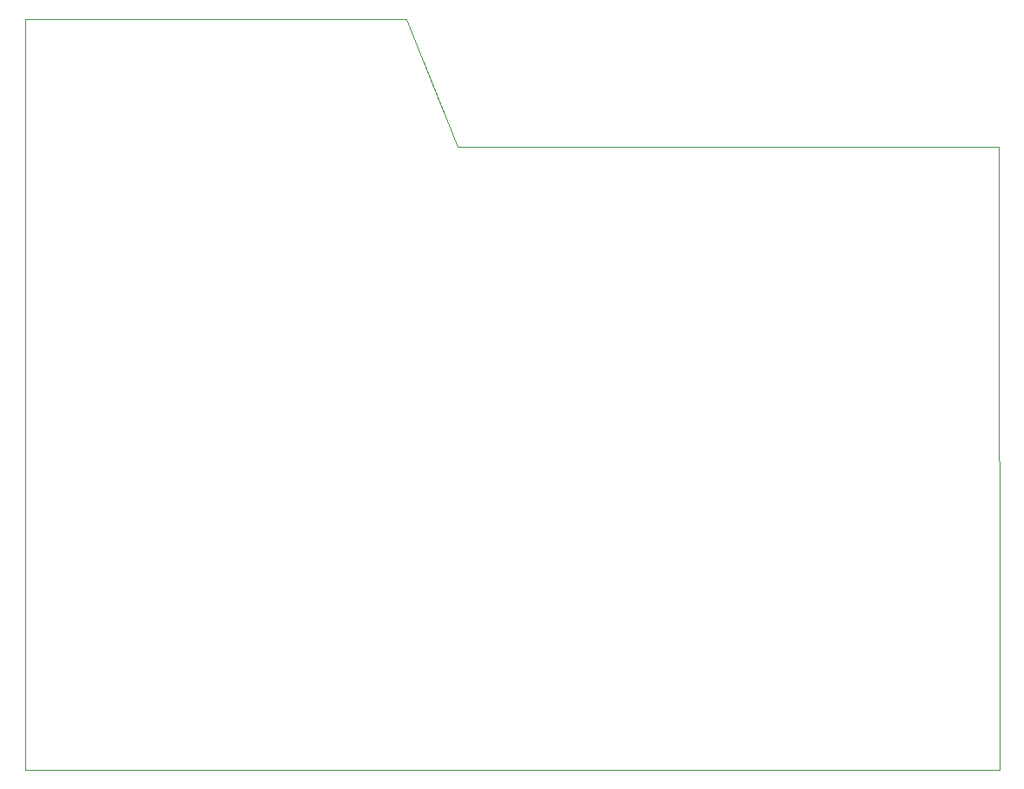
<source format=gbr>
%TF.GenerationSoftware,KiCad,Pcbnew,7.0.6*%
%TF.CreationDate,2023-09-05T08:02:32-07:00*%
%TF.ProjectId,KICAD_lightning_trigger,4b494341-445f-46c6-9967-68746e696e67,rev?*%
%TF.SameCoordinates,Original*%
%TF.FileFunction,Profile,NP*%
%FSLAX46Y46*%
G04 Gerber Fmt 4.6, Leading zero omitted, Abs format (unit mm)*
G04 Created by KiCad (PCBNEW 7.0.6) date 2023-09-05 08:02:32*
%MOMM*%
%LPD*%
G01*
G04 APERTURE LIST*
%TA.AperFunction,Profile*%
%ADD10C,0.100000*%
%TD*%
G04 APERTURE END LIST*
D10*
X88070000Y-78830000D02*
X93130000Y-91290000D01*
X145780000Y-91220000D01*
X145810000Y-151930000D01*
X51000000Y-151940000D01*
X50980000Y-78800000D01*
X88070000Y-78830000D01*
M02*

</source>
